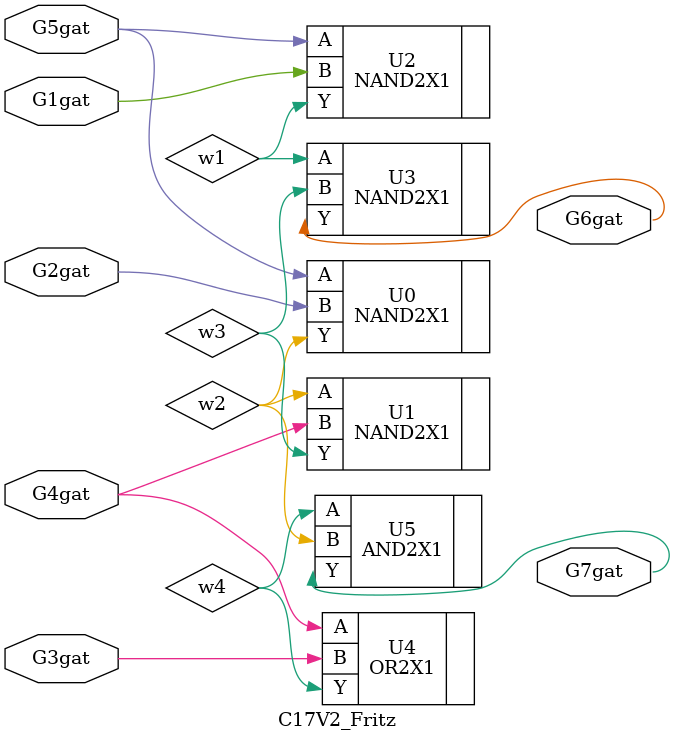
<source format=v>
module C17V2_Fritz (
    G1gat, G2gat, G3gat, G4gat, G5gat, G6gat, G7gat );
  input  G1gat, G2gat, G3gat, G4gat, G5gat;
  output G6gat, G7gat ;
  wire w1, w2, w3, w4;

  
  NAND2X1   U2(.A(G5gat), .B(G1gat), .Y(w1));
  NAND2X1   U0(.A(G5gat), .B(G2gat), .Y(w2));
  
  NAND2X1   U1(.A(w2), .B(G4gat), .Y(w3));
  OR2X1     U4(.A(G4gat), .B(G3gat), .Y(w4));

  NAND2X1   U3(.A(w1), .B(w3), .Y(G6gat));
  AND2X1    U5(.A(w4), .B(w2), .Y(G7gat));

endmodule



</source>
